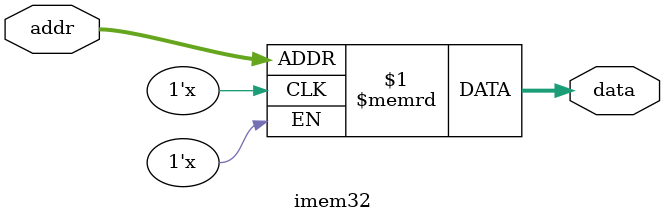
<source format=sv>
/*
 *  kianv harris single cycle RISC-V rv32i
 *
 *  copyright (c) 2022 hirosh dabui <hirosh@dabui.de>
 *
 *  permission to use, copy, modify, and/or distribute this software for any
 *  purpose with or without fee is hereby granted, provided that the above
 *  copyright notice and this permission notice appear in all copies.
 *
 *  the software is provided "as is" and the author disclaims all warranties
 *  with regard to this software including all implied warranties of
 *  merchantability and fitness. in no event shall the author be liable for
 *  any special, direct, indirect, or consequential damages or any damages
 *  whatsoever resulting from loss of use, data or profits, whether in an
 *  action of contract, negligence or other tortious action, arising out of
 *  or in connection with the use or performance of this software.
 *
 */
`default_nettype none `timescale 1 ns / 100 ps
// verilog_lint: waive-start explicit-parameter-storage-type
module imem32 #(
    parameter DEPTH = 64,
    parameter FILE  = ""
) (
    input  wire logic [29:0] addr,
    output wire logic [31:0] data
);
  logic [31:0] rom[DEPTH];

  initial begin
`ifdef SIM
    $display("=========================");
    $display("Module:\t%m");
    $display("DEPTH:\t\t%8d", DEPTH);
`endif
    if (FILE != "") begin
      $display(FILE);
      $readmemh(FILE, rom, 0, DEPTH - 1);
    end
    $display("=========================");
  end

  /* verilator lint_off WIDTH */
  assign data = rom[addr];
  /* verilator lint_on WIDTH */

endmodule
// verilog_lint: waive-stop explicit-parameter-storage-type


</source>
